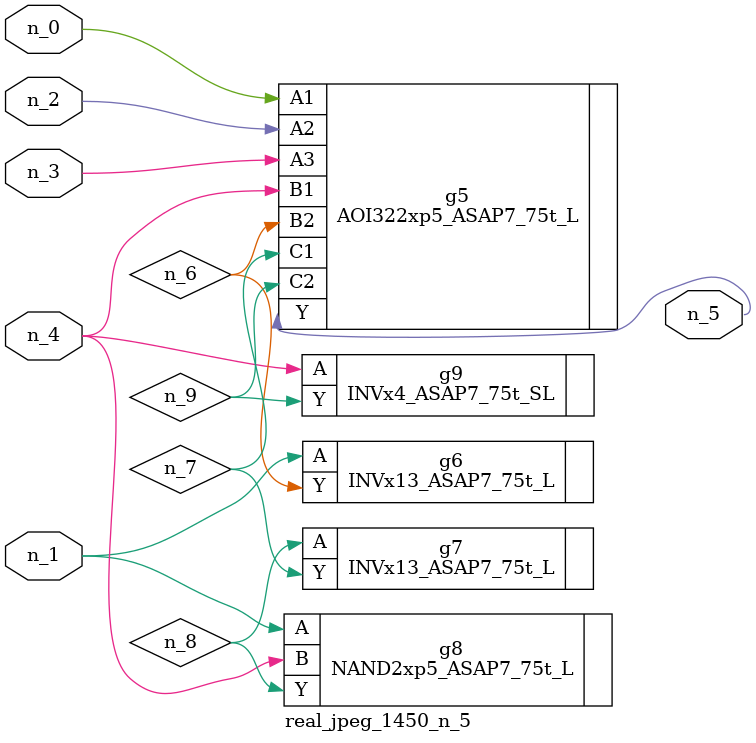
<source format=v>
module real_jpeg_1450_n_5 (n_4, n_0, n_1, n_2, n_3, n_5);

input n_4;
input n_0;
input n_1;
input n_2;
input n_3;

output n_5;

wire n_8;
wire n_6;
wire n_7;
wire n_9;

AOI322xp5_ASAP7_75t_L g5 ( 
.A1(n_0),
.A2(n_2),
.A3(n_3),
.B1(n_4),
.B2(n_6),
.C1(n_7),
.C2(n_9),
.Y(n_5)
);

INVx13_ASAP7_75t_L g6 ( 
.A(n_1),
.Y(n_6)
);

NAND2xp5_ASAP7_75t_L g8 ( 
.A(n_1),
.B(n_4),
.Y(n_8)
);

INVx4_ASAP7_75t_SL g9 ( 
.A(n_4),
.Y(n_9)
);

INVx13_ASAP7_75t_L g7 ( 
.A(n_8),
.Y(n_7)
);


endmodule
</source>
